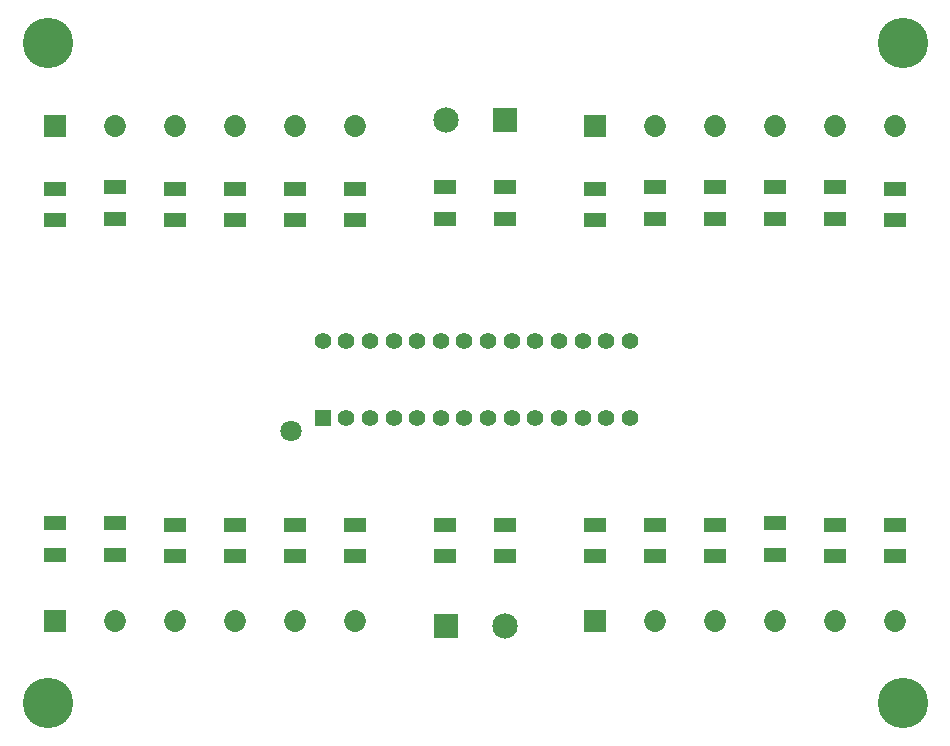
<source format=gts>
G04*
G04 #@! TF.GenerationSoftware,Altium Limited,Altium Designer,20.1.14 (287)*
G04*
G04 Layer_Color=8388736*
%FSLAX25Y25*%
%MOIN*%
G70*
G04*
G04 #@! TF.SameCoordinates,2D993F0E-9169-457A-8C09-F8E6D10386A7*
G04*
G04*
G04 #@! TF.FilePolarity,Negative*
G04*
G01*
G75*
%ADD14R,0.07208X0.04688*%
%ADD15R,0.07296X0.07296*%
%ADD16C,0.07296*%
%ADD17C,0.08477*%
%ADD18R,0.08477X0.08477*%
%ADD19C,0.16800*%
%ADD20C,0.07099*%
%ADD21R,0.05524X0.05524*%
%ADD22C,0.05524*%
D14*
X116500Y73500D02*
D03*
Y63028D02*
D03*
X196500Y73500D02*
D03*
Y63028D02*
D03*
X216500Y73500D02*
D03*
Y63028D02*
D03*
X236500Y73500D02*
D03*
Y63028D02*
D03*
X256500Y73972D02*
D03*
Y63500D02*
D03*
X276500Y73500D02*
D03*
Y63028D02*
D03*
X296500Y73500D02*
D03*
Y63028D02*
D03*
X146500Y73500D02*
D03*
Y63028D02*
D03*
X166342Y73500D02*
D03*
Y63028D02*
D03*
X16500Y73972D02*
D03*
Y63500D02*
D03*
X36500Y73972D02*
D03*
Y63500D02*
D03*
X56500Y73500D02*
D03*
Y63028D02*
D03*
X76500Y73500D02*
D03*
Y63028D02*
D03*
X96500Y73500D02*
D03*
Y63028D02*
D03*
X296500Y185500D02*
D03*
Y175028D02*
D03*
X276500Y185972D02*
D03*
Y175500D02*
D03*
X256500Y185972D02*
D03*
Y175500D02*
D03*
X236500Y185972D02*
D03*
Y175500D02*
D03*
X216500Y185972D02*
D03*
Y175500D02*
D03*
X196500Y185500D02*
D03*
Y175028D02*
D03*
X146500Y185972D02*
D03*
Y175500D02*
D03*
X166500Y185972D02*
D03*
Y175500D02*
D03*
X116500Y185500D02*
D03*
Y175028D02*
D03*
X96500Y185500D02*
D03*
Y175028D02*
D03*
X76500Y185500D02*
D03*
Y175028D02*
D03*
X56500Y185500D02*
D03*
Y175028D02*
D03*
X36500Y185972D02*
D03*
Y175500D02*
D03*
X16500Y185500D02*
D03*
Y175028D02*
D03*
D15*
X196500Y41500D02*
D03*
X16500D02*
D03*
X196500Y206500D02*
D03*
X16500D02*
D03*
D16*
X216500Y41500D02*
D03*
X236500D02*
D03*
X256500D02*
D03*
X276500D02*
D03*
X296500D02*
D03*
X36500D02*
D03*
X56500D02*
D03*
X76500D02*
D03*
X96500D02*
D03*
X116500D02*
D03*
X216500Y206500D02*
D03*
X236500D02*
D03*
X256500D02*
D03*
X276500D02*
D03*
X296500D02*
D03*
X36500D02*
D03*
X56500D02*
D03*
X76500D02*
D03*
X96500D02*
D03*
X116500D02*
D03*
D17*
X166342Y39728D02*
D03*
X146658Y208272D02*
D03*
D18*
Y39728D02*
D03*
X166342Y208272D02*
D03*
D19*
X14000Y234000D02*
D03*
X299000D02*
D03*
Y14000D02*
D03*
X14000D02*
D03*
D20*
X95201Y104669D02*
D03*
D21*
X105634Y109000D02*
D03*
D22*
X113508D02*
D03*
X121382D02*
D03*
X129256D02*
D03*
X137130D02*
D03*
X145004D02*
D03*
X152878D02*
D03*
X160752D02*
D03*
X168626D02*
D03*
X176500D02*
D03*
X184374D02*
D03*
X192248D02*
D03*
X200122D02*
D03*
X207996D02*
D03*
X105634Y134591D02*
D03*
X113508D02*
D03*
X121382D02*
D03*
X129256D02*
D03*
X137130D02*
D03*
X145004D02*
D03*
X152878D02*
D03*
X160752D02*
D03*
X168626D02*
D03*
X176500D02*
D03*
X184374D02*
D03*
X192248D02*
D03*
X200122D02*
D03*
X207996D02*
D03*
M02*

</source>
